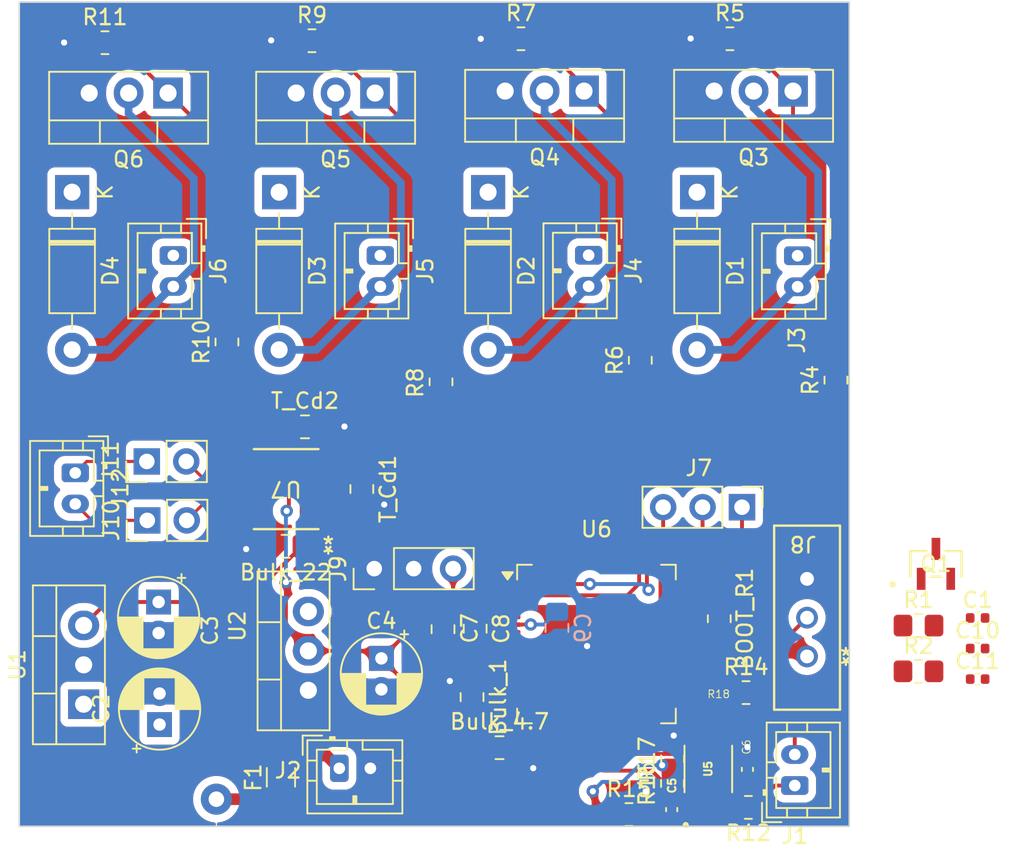
<source format=kicad_pcb>
(kicad_pcb (version 20241229) (generator "pcbnew") (generator_version "9.0")
  (layers (0 "F.Cu" signal) (4 "In1.Cu" signal) (6 "In2.Cu" signal) (2 "B.Cu" signal) (13 "F.Paste" user) (15 "B.Paste" user) (5 "F.SilkS" user "F.Silkscreen") (7 "B.SilkS" user "B.Silkscreen") (1 "F.Mask" user) (3 "B.Mask" user) (25 "Edge.Cuts" user))
  (net 0 "")
  (net 1 "GND")
  (net 2 "SLN1-")
  (net 3 "SLN2-")
  (net 4 "SLN3-")
  (net 5 "SLN4-")
  (net 6 "Net-(J8-Pin_2)")
  (net 7 "SDA")
  (net 8 "SCL")
  (net 9 "Net-(Q3-G)")
  (net 10 "Net-(Q4-G)")
  (net 11 "Net-(Q5-G)")
  (net 12 "Net-(Q6-G)")
  (net 13 "12V")
  (net 14 "S1CTRL")
  (net 15 "S2CTRL")
  (net 16 "S3CTRL")
  (net 17 "S4CTRL")
  (net 26 "SCL_ext")
  (net 27 "SDA_ext")
  (net 28 "Net-(U5-EN)")
  (net 29 "Net-(U5-READY)")
  (net 30 "/SWCLK")
  (net 31 "VBAT")
  (net 32 "+12V_fuse")
  (net 33 "/SWDIO")
  (net 34 "/NRST")
  (net 53 "FDCAN_TX")
  (net 62 "USART1+")
  (net 64 "FDCAN_RX")
  (net 77 "USART1-")
  (net 78 "5V")
  (net 79 "CAN+")
  (net 80 "CAN-")
  (net 81 "3.3V")
  (net 82 "Net-(Q1-S)")
  (net 83 "Net-(Q1-G)")
  (footprint "Resistor_SMD:R_0805_2012Metric_Pad1.20x1.40mm_HandSolder" (layer "F.Cu") (at 203.21 84.5)
    (property "Reference" "R2")
    (property "Value" "100")
  )
  (footprint "Capacitor_SMD:C_0805_2012Metric_Pad1.18x1.45mm_HandSolder" (layer "F.Cu") (at 174.45 86.16 -90)
    (property "Reference" "Bulk_1")
    (property "Value" "1uF")
  )
  (footprint "Connector_PinHeader_2.54mm:PinHeader_1x02_P2.54mm_Vertical" (layer "F.Cu") (at 153.5 70.97 90)
    (property "Reference" "J11")
    (property "Value" "Conn_01x02")
  )
  (footprint "Capacitor_SMD:C_0402_1005Metric" (layer "F.Cu") (at 207.02 83.03)
    (property "Reference" "C10")
    (property "Value" "4.7u")
  )
  (footprint "Package_QFP:LQFP-64_10x10mm_P0.5mm" (layer "F.Cu") (at 182.465 82.74)
    (property "Reference" "U6")
    (property "Value" "STM32G0B1RETx")
  )
  (footprint "NTR0202PLT1G:SOT-23_ONS" (layer "F.Cu") (at 204.3322 77.5716)
    (property "Reference" "Q1")
    (property "Value" "NTR0202PLT1G")
  )
  (footprint "Connector_JST:JST_PH_B2B-PH-K_1x02_P2.00mm_Vertical" (layer "F.Cu") (at 155.205 57.696 -90)
    (property "Reference" "J6")
    (property "Value" "2X1")
  )
  (footprint "Package_TO_SOT_THT:TO-220-3_Vertical" (layer "F.Cu") (at 149.43 86.62 90)
    (property "Reference" "U1")
    (property "Value" "L7805")
  )
  (footprint "Package_TO_SOT_THT:TO-220-3_Vertical" (layer "F.Cu") (at 154.867 47.226 180)
    (property "Reference" "Q6")
    (property "Value" "FQP30N06L")
  )
  (footprint "Resistor_SMD:R_0805_2012Metric_Pad1.20x1.40mm_HandSolder" (layer "F.Cu") (at 187.36 91.725 90)
    (property "Reference" "R16")
    (property "Value" "10k")
  )
  (footprint "Connector_JST:JST_PH_B2B-PH-K_1x02_P2.00mm_Vertical" (layer "F.Cu") (at 195.422 57.712 -90)
    (property "Reference" "J3")
    (property "Value" "2X1")
  )
  (footprint "Resistor_SMD:R_0805_2012Metric_Pad1.20x1.40mm_HandSolder" (layer "F.Cu") (at 164.138 43.853)
    (property "Reference" "R9")
    (property "Value" "10k")
  )
  (footprint "Capacitor_SMD:C_0402_1005Metric" (layer "F.Cu") (at 207.02 81.06)
    (property "Reference" "C1")
    (property "Value" "4.7u")
  )
  (footprint "Diode_THT:D_DO-41_SOD81_P10.16mm_Horizontal" (layer "F.Cu") (at 148.686 53.616 -90)
    (property "Reference" "D4")
    (property "Value" "1N47xxA")
  )
  (footprint "Capacitor_SMD:C_0805_2012Metric_Pad1.18x1.45mm_HandSolder" (layer "F.Cu") (at 162.4413 76.44 180)
    (property "Reference" "Bulk_22")
    (property "Value" "22uF")
  )
  (footprint "Capacitor_SMD:C_0805_2012Metric_Pad1.18x1.45mm_HandSolder" (layer "F.Cu") (at 176.22 89.42)
    (property "Reference" "Bulk_4.7")
    (property "Value" "4.7uF")
  )
  (footprint "Capacitor_THT:CP_Radial_D5.0mm_P2.00mm" (layer "F.Cu") (at 168.61 83.664888 -90)
    (property "Reference" "C4")
    (property "Value" "10u")
  )
  (footprint "Diode_THT:D_DO-41_SOD81_P10.16mm_Horizontal" (layer "F.Cu") (at 175.483 53.616 -90)
    (property "Reference" "D2")
    (property "Value" "1N47xxA")
  )
  (footprint "Connector_JST:JST_PH_B2B-PH-K_1x02_P2.00mm_Vertical" (layer "F.Cu") (at 148.89 71.71 -90)
    (property "Reference" "J12")
    (property "Value" "2X1")
  )
  (footprint "Connector_JST:JST_PH_B2B-PH-K_1x02_P2.00mm_Vertical" (layer "F.Cu") (at 165.9 90.75)
    (property "Reference" "J2")
    (property "Value" "2X1")
  )
  (footprint "Resistor_SMD:R_0805_2012Metric_Pad1.20x1.40mm_HandSolder" (layer "F.Cu") (at 150.803 43.98)
    (property "Reference" "R11")
    (property "Value" "10k")
  )
  (footprint "Diode_THT:D_DO-41_SOD81_P10.16mm_Horizontal" (layer "F.Cu") (at 188.945 53.616 -90)
    (property "Reference" "D1")
    (property "Value" "1N47xxA")
  )
  (footprint "Resistor_SMD:R_0805_2012Metric_Pad1.20x1.40mm_HandSolder" (layer "F.Cu") (at 192.1 85.87)
    (property "Reference" "R14")
    (property "Value" "10k")
  )
  (footprint "Capacitor_SMD:C_0402_1005Metric" (layer "F.Cu") (at 187.31 93.41 -90)
    (property "Reference" "C5")
    (property "Value" "0.1u")
  )
  (footprint "Connector_PinHeader_2.54mm:PinHeader_1x03_P2.54mm_Vertical" (layer "F.Cu") (at 168.15 77.88 90)
    (property "Reference" "J9")
    (property "Value" "Conn_01x03_Pin")
  )
  (footprint "Resistor_SMD:R_0805_2012Metric_Pad1.20x1.40mm_HandSolder" (layer "F.Cu") (at 190.375 81.11 -90)
    (property "Reference" "BOOT_R1")
    (property "Value" "10k")
  )
  (footprint "Resistor_SMD:R_0805_2012Metric_Pad1.20x1.40mm_HandSolder" (layer "F.Cu") (at 203.21 81.55)
    (property "Reference" "R1")
    (property "Value" "47k")
  )
  (footprint "Capacitor_SMD:C_0201_0603Metric" (layer "F.Cu") (at 190.335 87.02)
    (property "Reference" "R18")
    (property "Value" "10k")
  )
  (footprint "Capacitor_SMD:C_0805_2012Metric_Pad1.18x1.45mm_HandSolder" (layer "F.Cu") (at 167.35 72.75 -90)
    (property "Reference" "T_Cd1")
    (property "Value" "100nF")
  )
  (footprint "Resistor_SMD:R_0805_2012Metric_Pad1.20x1.40mm_HandSolder" (layer "F.Cu") (at 177.6 43.726)
    (property "Reference" "R7")
    (property "Value" "10k")
  )
  (footprint "Package_TO_SOT_THT:TO-220-3_Vertical" (layer "F.Cu") (at 195.126 47.099 180)
    (property "Reference" "Q3")
    (property "Value" "FQP30N06L")
  )
  (footprint "Resistor_SMD:R_0805_2012Metric_Pad1.20x1.40mm_HandSolder" (layer "F.Cu") (at 184.56 93.73)
    (property "Reference" "R15")
    (property "Value" "10k")
  )
  (footprint "Capacitor_SMD:C_0402_1005Metric" (layer "F.Cu") (at 192.19 90.82 -90)
    (property "Reference" "C6")
    (property "Value" "0.1u")
  )
  (footprint "Resistor_SMD:R_0805_2012Metric_Pad1.20x1.40mm_HandSolder" (layer "F.Cu") (at 187.37 90.145 90)
    (property "Reference" "R17")
    (property "Value" "10k")
  )
  (footprint "Connector_JST:JST_PH_B2B-PH-K_1x02_P2.00mm_Vertical" (layer "F.Cu") (at 195.24 91.86 90)
    (property "Reference" "J1")
    (property "Value" "2X1")
  )
  (footprint "Connector_PinHeader_2.54mm:PinHeader_1x03_P2.54mm_Vertical" (layer "F.Cu") (at 191.84 73.92 -90)
    (property "Reference" "J7")
    (property "Value" "Conn_01x03_Pin")
  )
  (footprint "Capacitor_SMD:C_0805_2012Metric_Pad1.18x1.45mm_HandSolder" (layer "F.Cu") (at 174.65 81.75 -90)
    (property "Reference" "C8")
    (property "Value" "100nF")
  )
  (footprint "Capacitor_SMD:C_0805_2012Metric_Pad1.18x1.45mm_HandSolder" (layer "F.Cu") (at 163.6875 68.74)
    (property "Reference" "T_Cd2")
    (property "Value" "100nF")
  )
  (footprint "Resistor_SMD:R_0805_2012Metric_Pad1.20x1.40mm_HandSolder" (layer "F.Cu") (at 197.89 65.73 90)
    (property "Reference" "R4")
    (property "Value" "330")
  )
  (footprint "Capacitor_THT:CP_Radial_D5.0mm_P2.00mm" (layer "F.Cu") (at 154.32 87.93 90)
    (property "Reference" "C2")
    (property "Value" "10u")
  )
  (footprint "Resistor_SMD:R_0805_2012Metric_Pad1.20x1.40mm_HandSolder" (layer "F.Cu") (at 192.25 93.27 180)
    (property "Reference" "R12")
    (property "Value" "10k")
  )
  (footprint "custom_components:SOIC8_4P9X3P9MC_MCH" (layer "F.Cu") (at 162.4738 72.755 180)
    (property "Reference" "U7")
    (property "Value" "ATA6561-GAQW-N")
  )
  (footprint "Connector_PinHeader_2.54mm:PinHeader_1x02_P2.54mm_Vertical" (layer "F.Cu") (at 153.53 74.77 90)
    (property "Reference" "J10")
    (property "Value" "Conn_01x02")
  )
  (footprint "Package_TO_SOT_THT:TO-220-3_Vertical" (layer "F.Cu") (at 168.202 47.226 180)
    (property "Reference" "Q5")
    (property "Value" "FQP30N06L")
  )
  (footprint "Diode_THT:D_DO-41_SOD81_P10.16mm_Horizontal" (layer "F.Cu") (at 162.021 53.616 -90)
    (property "Reference" "D3")
    (property "Value" "1N47xxA")
  )
  (footprint "Connector_JST:JST_PH_B2B-PH-K_1x02_P2.00mm_Vertical" (layer "F.Cu") (at 181.96 57.68 -90)
    (property "Reference" "J4")
    (property "Value" "2X1")
  )
  (footprint "Resistor_SMD:R_0805_2012Metric_Pad1.20x1.40mm_HandSolder" (layer "F.Cu") (at 172.45 65.84 90)
    (property "Reference" "R8")
    (property "Value" "330")
  )
  (footprint "Resistor_SMD:R_0805_2012Metric_Pad1.20x1.40mm_HandSolder" (layer "F.Cu") (at 158.66 63.27 90)
    (property "Reference" "R10")
    (property "Value" "330")
  )
  (footprint "TCA4307:SOP65P490X110-8N" (layer "F.Cu") (at 189.67 90.79 90)
    (property "Reference" "U5")
    (property "Value" "TCA4307")
  )
  (footprint "Capacitor_SMD:C_0805_2012Metric_Pad1.18x1.45mm_HandSolder" (layer "F.Cu") (at 172.58 81.785 -90)
    (property "Reference" "C7")
    (property "Value" "100nF")
  )
  (footprint "Connector_JST:JST_PH_B2B-PH-K_1x02_P2.00mm_Vertical" (layer "F.Cu") (at 168.54 57.696 -90)
    (property "Reference" "J5")
    (property "Value" "2X1")
  )
  (footprint "Capacitor_THT:CP_Radial_D5.0mm_P2.00mm" (layer "F.Cu") (at 154.26 80.03 -90)
    (property "Reference" "C3")
    (property "Value" "10u")
  )
  (footprint "Resistor_SMD:R_0805_2012Metric_Pad1.20x1.40mm_HandSolder" (layer "F.Cu") (at 191.062 43.726)
    (property "Reference" "R5")
    (property "Value" "10k")
  )
  (footprint "Package_TO_SOT_THT:TO-220-3_Vertical" (layer "F.Cu") (at 181.664 47.099 180)
    (property "Reference" "Q4")
    (property "Value" "FQP30N06L")
  )
  (footprint "custom_components:slide_switch_EGER1218_Thruster" (layer "F.Cu") (at 196.03 83.54 180)
    (property "Reference" "J8")
    (property "Value" "Conn_01x03")
  )
  (footprint "Resistor_SMD:R_0805_2012Metric_Pad1.20x1.40mm_HandSolder" (layer "F.Cu") (at 185.29 64.45 90)
    (property "Reference" "R6")
    (property "Value" "330")
  )
  (footprint "Package_TO_SOT_THT:TO-220-3_Vertical" (layer "F.Cu") (at 163.905 85.72 90)
    (property "Reference" "U2")
    (property "Value" "LD1117V33")
  )
  (footprint "Fuse:Fuse_1206_3216Metric" (layer "F.Cu") (at 162.14 91.33 -90)
    (property "Reference" "F1")
    (property "Value" "10A")
  )
  (footprint "Capacitor_SMD:C_0402_1005Metric" (layer "F.Cu") (at 207.02 85)
    (property "Reference" "C11")
    (property "Value" "4.7u")
  )
  (footprint "Capacitor_SMD:C_0805_2012Metric_Pad1.18x1.45mm_HandSolder" (layer "B.Cu") (at 179.92 81.7 90)
    (property "Reference" "C9")
    (property "Value" "100nF")
  )
  (gr_rect (start 145.283113 41.359887) (end 198.750113 94.484887) (stroke (width 0.1)) (fill no) (layer "Edge.Cuts"))
  (segment (start 186.61 92.23) (end 185.64 92.23) (width 0.25) (layer "F.Cu") (net 1))
  (segment (start 174.615 82.8225) (end 174.65 82.7875) (width 0.25) (layer "F.Cu") (net 1))
  (segment (start 176.6 43.726) (end 176.584 43.742) (width 0.25) (layer "F.Cu") (net 1))
  (segment (start 160.01 75.0462) (end 161.4038 76.44) (width 0.25) (layer "F.Cu") (net 1))
  (segment (start 168.7525 73.7875) (end 168.79 73.75) (width 0.25) (layer "F.Cu") (net 1))
  (segment (start 190.046 43.742) (end 190.046 47.099) (width 0.25) (layer "F.Cu") (net 1))
  (segment (start 192.19 89.38) (end 192.19 90.34) (width 0.25) (layer "F.Cu") (net 1))
  (segment (start 188.546 43.726) (end 188.53 43.71) (width 0.25) (layer "F.Cu") (net 1))
  (segment (start 163.138 43.853) (end 163.122 43.869) (width 0.25) (layer "F.Cu") (net 1))
  (segment (start 163.138 43.853) (end 161.533 43.853) (width 0.25) (layer "F.Cu") (net 1))
  (segment (start 174.65 82.7875) (end 174.8525 82.99) (width 0.25) (layer "F.Cu") (net 1))
  (segment (start 174.45 85.1225) (end 174.45 82.9875) (width 0.25) (layer "F.Cu") (net 1))
  (segment (start 161.4038 76.44) (end 160.08 76.44) (width 0.25) (layer "F.Cu") (net 1))
  (segment (start 174.685 84.6525) (end 174.0625 84.6525) (width 0.25) (layer "F.Cu") (net 1))
  (segment (start 166.21 68.74) (end 166.23 68.72) (width 0.25) (layer "F.Cu") (net 1))
  (segment (start 160.01 74.66) (end 160.01 75.0462) (width 0.25) (layer "F.Cu") (net 1))
  (segment (start 176.6 43.726) (end 175.014 43.726) (width 0.25) (layer "F.Cu") (net 1))
  (segment (start 149.787 43.996) (end 149.787 47.226) (width 0.25) (layer "F.Cu") (net 1))
  (segment (start 174.8525 82.99) (end 176.79 82.99) (width 0.25) (layer "F.Cu") (net 1))
  (segment (start 149.803 43.98) (end 148.18 43.98) (width 0.25) (layer "F.Cu") (net 1))
  (segment (start 166.9525 73.39) (end 167.35 73.7875) (width 0.25) (layer "F.Cu") (net 1))
  (segment (start 190.062 43.726) (end 188.546 43.726) (width 0.25) (layer "F.Cu") (net 1))
  (segment (start 173.02 85.1225) (end 174.45 85.1225) (width 0.25) (layer "F.Cu") (net 1))
  (segment (start 178.39 90.74) (end 177.2575 89.6075) (width 0.25) (layer "F.Cu") (net 1))
  (segment (start 174.45 82.9875) (end 174.65 82.7875) (width 0.25) (layer "F.Cu") (net 1))
  (segment (start 161.533 43.853) (end 161.51 43.83) (width 0.25) (layer "F.Cu") (net 1))
  (segment (start 167.35 73.7875) (end 168.7525 73.7875) (width 0.25) (layer "F.Cu") (net 1))
  (segment (start 172.58 82.8225) (end 174.615 82.8225) (width 0.25) (layer "F.Cu") (net 1))
  (segment (start 163.122 43.869) (end 163.122 47.226) (width 0.25) (layer "F.Cu") (net 1))
  (segment (start 187.44 88.64) (end 188.695 88.64) (width 0.25) (layer "F.Cu") (net 1))
  (segment (start 187.31 92.93) (end 186.61 92.23) (width 0.25) (layer "F.Cu") (net 1))
  (segment (start 175.014 43.726) (end 175.01 43.73) (width 0.25) (layer "F.Cu") (net 1))
  (segment (start 190.062 43.726) (end 190.046 43.742) (width 0.25) (layer "F.Cu") (net 1))
  (segment (start 149.803 43.98) (end 149.787 43.996) (width 0.25) (layer "F.Cu") (net 1))
  (segment (start 177.2575 89.6075) (end 177.2575 89.42) (width 0.25) (layer "F.Cu") (net 1))
  (segment (start 164.9376 73.39) (end 166.9525 73.39) (width 0.25) (layer "F.Cu") (net 1))
  (segment (start 160.08 76.44) (end 159.9 76.62) (width 0.25) (layer "F.Cu") (net 1))
  (segment (start 148.18 43.98) (end 148.17 43.97) (width 0.25) (layer "F.Cu") (net 1))
  (segment (start 164.725 68.74) (end 166.21 68.74) (width 0.25) (layer "F.Cu") (net 1))
  (segment (start 176.584 43.742) (end 176.584 47.099) (width 0.25) (layer "F.Cu") (net 1))
  (via (at 192.19 89.38) (size 0.8) (drill 0.4) (layers "F.Cu" "B.Cu") (net 1))
  (via (at 173.02 85.1225) (size 0.8) (drill 0.4) (layers "F.Cu" "B.Cu") (net 1))
  (via (at 185.64 92.23) (size 0.8) (drill 0.4) (layers "F.Cu" "B.Cu") (net 1))
  (via (at 188.53 43.71) (size 0.8) (drill 0.4) (layers "F.Cu" "B.Cu") (net 1))
  (via (at 175.01 43.73) (size 0.8) (drill 0.4) (layers "F.Cu" "B.Cu") (net 1))
  (via (at 168.79 73.75) (size 0.8) (drill 0.4) (layers "F.Cu" "B.Cu") (net 1))
  (via (at 159.9 76.62) (size 0.8) (drill 0.4) (layers "F.Cu" "B.Cu") (net 1))
  (via (at 178.39 90.74) (size 0.8) (drill 0.4) (layers "F.Cu" "B.Cu") (net 1))
  (via (at 187.44 88.64) (size 0.8) (drill 0.4) (layers "F.Cu" "B.Cu") (net 1))
  (via (at 166.23 68.72) (size 0.8) (drill 0.4) (layers "F.Cu" "B.Cu") (net 1))
  (via (at 161.51 43.83) (size 0.8) (drill 0.4) (layers "F.Cu" "B.Cu") (net 1))
  (via (at 181.86 82.87) (size 0.8) (drill 0.4) (layers "F.Cu" "B.Cu") (net 1))
  (via (at 148.17 43.97) (size 0.8) (drill 0.4) (layers "F.Cu" "B.Cu") (net 1))
  (segment (start 180.0525 82.87) (end 179.92 82.7375) (width 0.25) (layer "B.Cu") (net 1))
  (segment (start 163.952113 84.920887) (end 163.825113 84.793887) (width 0.25) (layer "B.Cu") (net 1))
  (segment (start 181.86 82.87) (end 180.0525 82.87) (width 0.25) (layer "B.Cu") (net 1))
  (segment (start 163.825113 84.793887) (end 163.825113 84.793887) (width 0.25) (layer "B.Cu") (net 1))
  (segment (start 195.422 59.712) (end 195.396 59.712) (width 0.5) (layer "F.Cu") (net 2))
  (segment (start 192.586 47.099) (end 192.586 48.171) (width 0.5) (layer "F.Cu") (net 2))
  (segment (start 191.332 63.776) (end 188.945 63.776) (width 0.5) (layer "B.Cu") (net 2))
  (segment (start 196.747 52.332) (end 196.747 58.387) (width 0.5) (layer "B.Cu") (net 2))
  (segment (start 195.396 59.712) (end 191.332 63.776) (width 0.5) (layer "B.Cu") (net 2))
  (segment (start 192.586 48.171) (end 196.747 52.332) (width 0.5) (layer "B.Cu") (net 2))
  (segment (start 196.747 58.387) (end 195.422 59.712) (width 0.5) (layer "B.Cu") (net 2))
  (segment (start 181.96 59.68) (end 181.96 59.686) (width 0.5) (layer "F.Cu") (net 3))
  (segment (start 183.442 58.198) (end 181.96 59.68) (width 0.5) (layer "B.Cu") (net 3))
  (segment (start 177.87 63.776) (end 175.483 63.776) (width 0.5) (layer "B.Cu") (net 3))
  (segment (start 183.442 52.822) (end 183.442 58.198) (width 0.5) (layer "B.Cu") (net 3))
  (segment (start 179.124 48.504) (end 183.442 52.822) (width 0.5) (layer "B.Cu") (net 3))
  (segment (start 181.96 59.686) (end 177.87 63.776) (width 0.5) (layer "B.Cu") (net 3))
  (segment (start 182.393113 59.520887) (end 182.409113 59.504887) (width 0.5) (layer "B.Cu") (net 3))
  (segment (start 179.124 47.099) (end 179.124 48.504) (width 0.5) (layer "B.Cu") (net 3))
  (segment (start 182.409113 59.504887) (end 182.441113 59.536887) (width 0.5) (layer "B.Cu") (net 3))
  (segment (start 168.54 59.696) (end 168.488 59.696) (width 0.5) (layer "F.Cu") (net 4))
  (segment (start 169.865 53.009) (end 169.865 58.371) (width 0.5) (layer "B.Cu") (net 4))
  (segment (start 169.865 58.371) (end 168.54 59.696) (width 0.5) (layer "B.Cu") (net 4))
  (segment (start 164.408 63.776) (end 162.021 63.776) (width 0.5) (layer "B.Cu") (net 4))
  (segment (start 165.662 47.226) (end 165.662 48.806) (width 0.5) (layer "B.Cu") (net 4))
  (segment (start 168.488 59.696) (end 164.408 63.776) (width 0.5) (layer "B.Cu") (net 4))
  (segment (start 165.662 48.806) (end 169.865 53.009) (width 0.5) (layer "B.Cu") (net 4))
  (segment (start 155.205 59.696) (end 155.153 59.696) (width 0.5) (layer "F.Cu") (net 5))
  (segment (start 151.073 63.776) (end 148.686 63.776) (width 0.5) (layer "B.Cu") (net 5))
  (segment (start 156.53 52.755) (end 156.53 58.371) (width 0.5) (layer "B.Cu") (net 5))
  (segment (start 152.327 47.226) (end 152.327 48.552) (width 0.5) (layer "B.Cu") (net 5))
  (segment (start 156.53 58.371) (end 155.205 59.696) (width 0.5) (layer "B.Cu") (net 5))
  (segment (start 152.327 48.552) (end 156.53 52.755) (width 0.5) (layer "B.Cu") (net 5))
  (segment (start 155.153 59.696) (end 151.073 63.776) (width 0.5) (layer "B.Cu") (net 5))
  (segment (start 190.375 82.11) (end 194.96 82.11) (width 0.25) (layer "F.Cu") (net 6))
  (segment (start 194.96 82.11) (end 196.03 81.04) (width 0.25) (layer "F.Cu") (net 6))
  (segment (start 187.555226 92.045) (end 187.36 92.045) (width 0.25) (layer "F.Cu") (net 7))
  (segment (start 186.019774 90.9) (end 182.92219 90.9) (width 0.25) (layer "F.Cu") (net 7))
  (segment (start 187.164774 92.045) (end 186.019774 90.9) (width 0.25) (layer "F.Cu") (net 7))
  (segment (start 189.345 92.16736) (end 188.96764 91.79) (width 0.25) (layer "F.Cu") (net 7))
  (segment (start 182.92219 90.9) (end 181.715 89.69281) (width 0.25) (layer "F.Cu") (net 7))
  (segment (start 181.715 89.69281) (end 181.715 88.415) (width 0.25) (layer "F.Cu") (net 7))
  (segment (start 188.96764 91.79) (end 187.810226 91.79) (width 0.25) (layer "F.Cu") (net 7))
  (segment (start 187.810226 91.79) (end 187.555226 92.045) (width 0.25) (layer "F.Cu") (net 7))
  (segment (start 189.345 92.94) (end 189.345 92.16736) (width 0.25) (layer "F.Cu") (net 7))
  (segment (start 187.36 92.045) (end 187.164774 92.045) (width 0.25) (layer "F.Cu") (net 7))
  (segment (start 182.65 89.825) (end 182.215 89.39) (width 0.25) (layer "F.Cu") (net 8))
  (segment (start 182.215 89.39) (end 182.215 88.415) (width 0.25) (layer "F.Cu") (net 8))
  (segment (start 189.345 88.64) (end 189.345 89.41264) (width 0.25) (layer "F.Cu") (net 8))
  (segment (start 187.37 89.825) (end 182.65 89.825) (width 0.25) (layer "F.Cu") (net 8))
  (segment (start 188.93264 89.825) (end 187.37 89.825) (width 0.25) (layer "F.Cu") (net 8))
  (segment (start 189.345 89.41264) (end 188.93264 89.825) (width 0.25) (layer "F.Cu") (net 8))
  (segment (start 192.062 44.035) (end 195.126 47.099) (width 0.25) (layer "F.Cu") (net 9))
  (segment (start 197.89 63.61) (end 197.9 63.6) (width 0.25) (layer "F.Cu") (net 9))
  (segment (start 197.9 51.5) (end 195.126 48.726) (width 0.25) (layer "F.Cu") (net 9))
  (segment (start 197.89 64.73) (end 197.89 63.61) (width 0.25) (layer "F.Cu") (net 9))
  (segment (start 197.9 63.6) (end 197.9 51.5) (width 0.25) (layer "F.Cu") (net 9))
  (segment (start 192.062 43.726) (end 192.062 44.035) (width 0.25) (layer "F.Cu") (net 9))
  (segment (start 195.126 48.726) (end 195.126 47.099) (width 0.25) (layer "F.Cu") (net 9))
  (segment (start 185.29 50.725) (end 185.29 63.45) (width 0.25) (layer "F.Cu") (net 10))
  (segment (start 178.6 43.726) (end 181.664 46.79) (width 0.25) (layer "F.Cu") (net 10))
  (segment (start 181.664 46.79) (end 181.664 47.099) (width 0.25) (layer "F.Cu") (net 10))
  (segment (start 181.664 47.099) (end 185.29 50.725) (width 0.25) (layer "F.Cu") (net 10))
  (segment (start 165.138 44.162) (end 168.202 47.226) (width 0.25) (layer "F.Cu") (net 11))
  (segment (start 172.45 51.474) (end 168.202 47.226) (width 0.25) (layer "F.Cu") (net 11))
  (segment (start 165.138 43.853) (end 165.138 44.162) (width 0.25) (layer "F.Cu") (net 11))
  (segment (start 172.45 64.84) (end 172.45 51.474) (width 0.25) (layer "F.Cu") (net 11))
  (segment (start 158.66 62.27) (end 158.66 51.019) (width 0.25) (layer "F.Cu") (net 12))
  (segment (start 151.803 43.98) (end 151.803 44.162) (width 0.25) (layer "F.Cu") (net 12))
  (segment (start 151.803 44.162) (end 154.867 47.226) (width 0.25) (layer "F.Cu") (net 12))
  (segment (start 158.66 51.019) (end 154.867 47.226) (width 0.25) (layer "F.Cu") (net 12))
  (segment (start 184.715 71.535) (end 189.58 66.67) (width 0.25) (layer "F.Cu") (net 14))
  (segment (start 189.58 66.67) (end 194.01 66.73) (width 0.25) (layer "F.Cu") (net 14))
  (segment (start 194.01 66.73) (end 197.89 66.73) (width 0.25) (layer "F.Cu") (net 14))
  (segment (start 184.715 77.065) (end 184.715 71.535) (width 0.25) (layer "F.Cu") (net 14))
  (segment (start 183.715 77.065) (end 183.715 67.025) (width 0.25) (layer "F.Cu") (net 15))
  (segment (start 183.715 67.025) (end 185.29 65.45) (width 0.25) (layer "F.Cu") (net 15))
  (segment (start 172.45 66.84) (end 180.215 74.605) (width 0.25) (layer "F.Cu") (net 16))
  (segment (start 180.215 74.605) (end 180.215 77.065) (width 0.25) (layer "F.Cu") (net 16))
  (segment (start 158.66 64.27) (end 160.72 66.33) (width 0.25) (layer "F.Cu") (net 17))
  (segment (start 168.02 66.33) (end 178.739 77.049) (width 0.25) (layer "F.Cu") (net 17))
  (segment (start 178.739 77.049) (end 178.739 77.2) (width 0.25) (layer "F.Cu") (net 17))
  (segment (start 160.72 66.33) (end 160.85 66.33) (width 0.25) (layer "F.Cu") (net 17))
  (segment (start 160.85 66.33) (end 168.02 66.33) (width 0.25) (layer "F.Cu") (net 17))
  (segment (start 192.42 88.005001) (end 192.42 85.87) (width 0.25) (layer "F.Cu") (net 26))
  (segment (start 195.24 88.69) (end 192.42 85.87) (width 0.25) (layer "F.Cu") (net 26))
  (segment (start 190.98764 89.72) (end 190.30236 89.72) (width 0.25) (layer "F.Cu") (net 26))
  (segment (start 190.30236 89.72) (end 189.995 89.41264) (width 0.25) (layer "F.Cu") (net 26))
  (segment (start 191.211 89.214001) (end 191.211 89.49664) (width 0.25) (layer "F.Cu") (net 26))
  (segment (start 191.211 89.214001) (end 192.42 88.005001) (width 0.25) (layer "F.Cu") (net 26))
  (segment (start 191.211 89.49664) (end 190.98764 89.72) (width 0.25) (layer "F.Cu") (net 26))
  (segment (start 189.995 89.41264) (end 189.995 88.64) (width 0.25) (layer "F.Cu") (net 26))
  (segment (start 195.24 89.86) (end 195.24 88.69) (width 0.25) (layer "F.Cu") (net 26))
  (segment (start 189.995 88.64) (end 189.995 87.86736) (width 0.25) (layer "F.Cu") (net 26))
  (segment (start 194.97 91.91) (end 195.03 91.85) (width 0.25) (layer "F.Cu") (net 27))
  (segment (start 193.98 91.86) (end 192.57 93.27) (width 0.25) (layer "F.Cu") (net 27))
  (segment (start 192.038999 94.001) (end 190.28336 94.001) (width 0.25) (layer "F.Cu") (net 27))
  (segment (start 195.24 91.86) (end 193.98 91.86) (width 0.25) (layer "F.Cu") (net 27))
  (segment (start 192.57 93.469999) (end 192.038999 94.001) (width 0.25) (layer "F.Cu") (net 27))
  (segment (start 192.57 93.27) (end 192.57 93.469999) (width 0.25) (layer "F.Cu") (net 27))
  (segment (start 190.28336 94.001) (end 189.995 93.71264) (width 0.25) (layer "F.Cu") (net 27))
  (segment (start 189.995 93.71264) (end 189.995 92.94) (width 0.25) (layer "F.Cu") (net 27))
  (segment (start 187.31 93.89) (end 186.03 93.89) (width 0.25) (layer "F.Cu") (net 28))
  (segment (start 187.31 93.89) (end 187.745 93.89) (width 0.25) (layer "F.Cu") (net 28))
  (segment (start 187.745 93.89) (end 188.695 92.94) (width 0.25) (layer "F.Cu") (net 28))
  (segment (start 186.03 93.89) (end 185.87 93.73) (width 0.25) (layer "F.Cu") (net 28))
  (segment (start 185.87 93.73) (end 184.88 93.73) (width 0.25) (layer "F.Cu") (net 28))
  (segment (start 190.655 88.63) (end 190.645 88.64) (width 0.25) (layer "F.Cu") (net 29))
  (segment (start 190.655 87.02) (end 190.655 88.63) (width 0.25) (layer "F.Cu") (net 29))
  (segment (start 191.84 73.92) (end 191.84 78.645) (width 0.25) (layer "F.Cu") (net 30))
  (segment (start 190.255 79.99) (end 188.14 79.99) (width 0.25) (layer "F.Cu") (net 30))
  (segment (start 190.375 80.11) (end 190.255 79.99) (width 0.25) (layer "F.Cu") (net 30))
  (segment (start 191.84 78.645) (end 190.375 80.11) (width 0.25) (layer "F.Cu") (net 30))
  (segment (start 178.23 81.48) (end 177.644178 81.48) (width 0.25) (layer "F.Cu") (net 31))
  (segment (start 177.634178 81.49) (end 176.79 81.49) (width 0.25) (layer "F.Cu") (net 31))
  (segment (start 177.644178 81.48) (end 177.634178 81.49) (width 0.25) (layer "F.Cu") (net 31))
  (via (at 178.23 81.48) (size 0.8) (drill 0.4) (layers "F.Cu" "B.Cu") (net 31))
  (segment (start 179.945 80.34) (end 179.95 80.335) (width 0.25) (layer "B.Cu") (net 31))
  (segment (start 179.1025 81.48) (end 179.92 80.6625) (width 0.25) (layer "B.Cu") (net 31))
  (segment (start 178.23 81.48) (end 179.1025 81.48) (width 0.25) (layer "B.Cu") (net 31))
  (segment (start 165.9 90.75) (end 165.08 89.93) (width 0.75) (layer "F.Cu") (net 32))
  (segment (start 165.08 89.93) (end 162.14 89.93) (width 0.75) (layer "F.Cu") (net 32))
  (segment (start 187.039 78.291) (end 187.039 80.233178) (width 0.25) (layer "F.Cu") (net 33))
  (segment (start 189.3 73.92) (end 189.3 76.03) (width 0.25) (layer "F.Cu") (net 33))
  (segment (start 189.3 76.03) (end 187.039 78.291) (width 0.25) (layer "F.Cu") (net 33))
  (segment (start 187.039 80.233178) (end 187.295822 80.49) (width 0.25) (layer "F.Cu") (net 33))
  (segment (start 187.295822 80.49) (end 188.14 80.49) (width 0.25) (layer "F.Cu") (net 33))
  (segment (start 186.588 78.10419) (end 186.588 78.47781) (width 0.25) (layer "F.Cu") (net 34))
  (segment (start 186.588 80.046368) (end 186.588 80.352) (width 0.25) (layer "F.Cu") (net 34))
  (segment (start 186.76 73.92) (end 186.76 77.93219) (width 0.25) (layer "F.Cu") (net 34))
  (segment (start 182.45 84.49) (end 176.79 84.49) (width 0.25) (layer "F.Cu") (net 34))
  (segment (start 186.76 77.93219) (end 186.588 78.10419) (width 0.25) (layer "F.Cu") (net 34))
  (segment (start 186.588 80.352) (end 182.45 84.49) (width 0.25) (layer "F.Cu") (net 34))
  (segment (start 186.588 78.47781) (end 186.588 80.046368) (width 0.25) (layer "F.Cu") (net 34))
  (segment (start 164.9376 74.66) (end 166.4876 76.21) (width 0.25) (layer "F.Cu") (net 53))
  (segment (start 166.4876 76.21) (end 175.36 76.21) (width 0.25) (layer "F.Cu") (net 53))
  (segment (start 185.215 78.845) (end 185.215 77.065) (width 0.25) (layer "F.Cu") (net 53))
  (segment (start 178.75 79.6) (end 184.46 79.6) (width 0.25) (layer "F.Cu") (net 53))
  (segment (start 184.46 79.6) (end 185.215 78.845) (width 0.25) (layer "F.Cu") (net 53))
  (segment (start 175.36 76.21) (end 178.75 79.6) (width 0.25) (layer "F.Cu") (net 53))
  (segment (start 165.2776 70.51) (end 164.9376 70.85) (width 0.25) (layer "F.Cu") (net 64))
  (segment (start 164.9376 70.85) (end 165.54 70.85) (width 0.25) (layer "F.Cu") (net 64))
  (segment (start 185.715 79.132245) (end 185.715 77.065) (width 0.25) (layer "F.Cu") (net 64))
  (segment (start 170.75 70.51) (end 165.2776 70.51) (width 0.25) (layer "F.Cu") (net 64))
  (segment (start 179.115 78.875) (end 170.75 70.51) (width 0.25) (layer "F.Cu") (net 64))
  (segment (start 182.04 78.875) (end 179.115 78.875) (width 0.25) (layer "F.Cu") (net 64))
  (segment (start 185.822872 79.240117) (end 185.715 79.132245) (width 0.25) (layer "F.Cu") (net 64))
  (via (at 185.822872 79.240117) (size 0.8) (drill 0.4) (layers "F.Cu" "B.Cu") (net 64))
  (via (at 182.04 78.875) (size 0.8) (drill 0.4) (layers "F.Cu" "B.Cu") (net 64))
  (segment (start 185.457755 78.875) (end 185.822872 79.240117) (width 0.25) (layer "B.Cu") (net 64))
  (segment (start 182.04 78.875) (end 185.457755 78.875) (width 0.25) (layer "B.Cu") (net 64))
  (segment (start 154.26 80.03) (end 159.8888 80.03) (width 0.25) (layer "F.Cu") (net 78))
  (segment (start 167.35 71.7125) (end 165.3451 71.7125) (width 0.25) (layer "F.Cu") (net 78))
  (segment (start 163.4788 72.872801) (end 164.231601 72.12) (width 0.25) (layer "F.Cu") (net 78))
  (segment (start 163.4788 76.44) (end 163.4788 72.872801) (width 0.25) (layer "F.Cu") (net 78))
  (segment (start 165.3451 71.7125) (end 164.9376 72.12) (width 0.25) (layer "F.Cu") (net 78))
  (segment (start 154.26 80.03) (end 150.94 80.03) (width 0.25) (layer "F.Cu") (net 78))
  (segment (start 159.8888 80.03) (end 163.4788 76.44) (width 0.25) (layer "F.Cu") (net 78))
  (segment (start 164.231601 72.12) (end 164.9376 72.12) (width 0.25) (layer "F.Cu") (net 78))
  (segment (start 150.94 80.03) (end 149.43 81.54) (width 0.25) (layer "F.Cu") (net 78))
  (segment (start 160.01 73.39) (end 157.45 73.39) (width 0.2) (layer "F.Cu") (net 79))
  (segment (start 149.95 74.77) (end 148.89 73.71) (width 0.2) (layer "F.Cu") (net 79))
  (segment (start 157.45 73.39) (end 156.07 74.77) (width 0.2) (layer "F.Cu") (net 79))
  (segment (start 153.53 74.77) (end 149.95 74.77) (width 0.2) (layer "F.Cu") (net 79))
  (segment (start 157.19 72.12) (end 156.04 70.97) (width 0.2) (layer "F.Cu") (net 80))
  (segment (start 153.5 70.97) (end 149.63 70.97) (width 0.2) (layer "F.Cu") (net 80))
  (segment (start 160.01 72.12) (end 157.19 72.12) (width 0.2) (layer "F.Cu") (net 80))
  (segment (start 149.63 70.97) (end 148.89 71.71) (width 0.2) (layer "F.Cu") (net 80))
  (segment (start 182.23 92.23) (end 182.23 92.63) (width 0.25) (layer "F.Cu") (net 81))
  (segment (start 187.37 90.465) (end 186.780078 90.465) (width 0.25) (layer "F.Cu") (net 81))
  (segment (start 162.65 68.74) (end 162.12 68.74) (width 0.25) (layer "F.Cu") (net 81))
  (segment (start 179.4925 93.73) (end 183.33 93.73) (width 0.25) (layer "F.Cu") (net 81))
  (segment (start 189.81664 91.339) (end 190.645 92.16736) (width 0.25) (layer "F.Cu") (net 81))
  (segment (start 163.905 83.18) (end 162.46 81.735) (width 0.25) (layer "F.Cu") (net 81))
  (segment (start 193.910001 83.54) (end 196.03 83.54) (width 0.25) (layer "F.Cu") (net 81))
  (segment (start 174.65 80.7125) (end 175.9275 81.99) (width 0.25) (layer "F.Cu") (net 81))
  (segment (start 172.3625 80.53) (end 172.58 80.7475) (width 0.25) (layer "F.Cu") (net 81))
  (segment (start 176.79 81.99) (end 176.79 82.49) (width 0.25) (layer "F.Cu") (net 81))
  (segment (start 163.905 83.18) (end 168.125112 83.18) (width 0.25) (layer "F.Cu") (net 81))
  (segment (start 174.615 80.7475) (end 174.65 80.7125) (width 0.25) (layer "F.Cu") (net 81))
  (segment (start 190.015 86.820001) (end 190.965001 85.87) (width 0.25) (layer "F.Cu") (net 81))
  (segment (start 174.45 87.1975) (end 189.8375 87.1975) (width 0.25) (layer "F.Cu") (net 81))
  (segment (start 191.93 91.56) (end 192.19 91.3) (width 0.25) (layer "F.Cu") (net 81))
  (segment (start 191.78 85.87) (end 191.78 85.670001) (width 0.25) (layer "F.Cu") (net 81))
  (segment (start 162.65 74.02) (end 162.51 74.16) (width 0.25) (layer "F.Cu") (net 81))
  (segment (start 172.58 80.7475) (end 174.615 80.7475) (width 0.25) (layer "F.Cu") (net 81))
  (segment (start 182.23 92.63) (end 183.33 93.73) (width 0.25) (layer "F.Cu") (net 81))
  (segment (start 183.33 93.73) (end 184.24 93.73) (width 0.25) (layer "F.Cu") (net 81))
  (segment (start 162.65 68.74) (end 162.65 74.02) (width 0.25) (layer "F.Cu") (net 81))
  (segment (start 187.36 90.475) (end 187.37 90.465) (width 0.25) (layer "F.Cu") (net 81))
  (segment (start 174.45 87.1975) (end 174.45 88.6875) (width 0.25) (layer "F.Cu") (net 81))
  (segment (start 174.45 87.1975) (end 172.142612 87.1975) (width 0.25) (layer "F.Cu") (net 81))
  (segment (start 191.6 92.94) (end 191.93 93.27) (width 0.25) (layer "F.Cu") (net 81))
  (segment (start 175.9275 81.99) (end 176.79 81.99) (width 0.25) (layer "F.Cu") (net 81))
  (segment (start 173.23 77.88) (end 173.23 80.0975) (width 0.25) (layer "F.Cu") (net 81))
  (segment (start 190.965001 85.87) (end 191.78 85.87) (width 0.25) (layer "F.Cu") (net 81))
  (segment (start 173.23 80.0975) (end 172.58 80.7475) (width 0.25) (layer "F.Cu") (net 81))
  (segment (start 172.142612 87.1975) (end 168.61 83.664888) (width 0.25) (layer "F.Cu") (net 81))
  (segment (start 190.645 92.16736) (end 190.645 92.94) (width 0.25) (layer "F.Cu") (net 81))
  (segment (start 168.61 83.664888) (end 171.744888 80.53) (width 0.25) (layer "F.Cu") (net 81))
  (segment (start 175.1825 89.42) (end 179.4925 93.73) (width 0.25) (layer "F.Cu") (net 81))
  (segment (start 190.645 92.94) (end 191.6 92.94) (width 0.25) (layer "F.Cu") (net 81))
  (segment (start 191.78 85.670001) (end 193.910001 83.54) (width 0.25) (layer "F.Cu") (net 81))
  (segment (start 162.12 68.74) (end 160.01 70.85) (width 0.25) (layer "F.Cu") (net 81))
  (segment (start 187.36 91.405) (end 187.36 90.475) (width 0.25) (layer "F.Cu") (net 81))
  (segment (start 190.015 87.02) (end 190.015 86.820001) (width 0.25) (layer "F.Cu") (net 81))
  (segment (start 174.45 88.6875) (end 175.1825 89.42) (width 0.25) (layer "F.Cu") (net 81))
  (segment (start 191.93 93.27) (end 191.93 91.56) (width 0.25) (layer "F.Cu") (net 81))
  (segment (start 162.46 81.735) (end 162.46 78.75) (width 0.25) (layer "F.Cu") (net 81))
  (segment (start 186.780078 90.465) (end 186.695078 90.55) (width 0.25) (layer "F.Cu") (net 81))
  (segment (start 187.426 91.339) (end 189.81664 91.339) (width 0.25) (layer "F.Cu") (net 81))
  (segment (start 171.744888 80.53) (end 172.3625 80.53) (width 0.25) (layer "F.Cu") (net 81))
  (segment (start 189.8375 87.1975) (end 190.015 87.02) (width 0.25) (layer "F.Cu") (net 81))
  (segment (start 168.125112 83.18) (end 168.61 83.664888) (width 0.25) (layer "F.Cu") (net 81))
  (via (at 162.51 74.16) (size 0.8) (drill 0.4) (layers "F.Cu" "B.Cu") (net 81))
  (via (at 162.46 78.75) (size 0.8) (drill 0.4) (layers "F.Cu" "B.Cu") (net 81))
  (via (at 186.695078 90.55) (size 0.8) (drill 0.4) (layers "F.Cu" "B.Cu") (net 81))
  (via (at 182.23 92.23) (size 0.8) (drill 0.4) (layers "F.Cu" "B.Cu") (net 81))
  (segment (start 162.46 78.75) (end 162.46 74.21) (width 0.25) (layer "B.Cu") (net 81))
  (segment (start 184.16 91.625) (end 185.235 90.55) (width 0.25) (layer "B.Cu") (net 81))
  (segment (start 162.46 74.21) (end 162.51 74.16) (width 0.25) (layer "B.Cu") (net 81))
  (segment (start 182.23 92.23) (end 182.835 91.625) (width 0.25) (layer "B.Cu") (net 81))
  (segment (start 182.835 91.625) (end 184.16 91.625) (width 0.25) (layer "B.Cu") (net 81))
  (segment (start 185.235 90.55) (end 186.695078 90.55) (width 0.25) (layer "B.Cu") (net 81))
  (segment (start 159.86 92.74) (end 157.98 92.74) (width 0.75) (layer "F.Cu") (net 82))
  (segment (start 162.14 92.73) (end 159.87 92.73) (width 0.75) (layer "F.Cu") (net 82))
  (segment (start 159.87 92.73) (end 159.86 92.74) (width 0.25) (layer "F.Cu") (net 82))
  (via (at 157.98 92.74) (size 2) (drill 1) (layers "F.Cu" "B.Cu") (net 82))
  (zone (net 1) (net_name "GND") (layer "F.Cu") (priority 4) (connect_pads yes (clearance 0.5)) (min_thickness 0.25) (fill yes (thermal_gap 0.5) (thermal_bridge_width 0.5))
    (polygon (pts (xy 145.283113 41.359887) (xy 198.750113 41.359887) (xy 198.750113 94.484887) (xy 145.283113 94.484887)))
  )
  (zone (net 81) (net_name "3.3V") (layer "F.Cu") (priority 1) (connect_pads yes (clearance 0.5)) (min_thickness 0.25) (fill yes (thermal_gap 0.5) (thermal_bridge_width 0.5))
    (polygon (pts (xy 161.959997 77.919088) (xy 194.12 78.27) (xy 198.41 83.69) (xy 198.63 94.33) (xy 162.450086 94.042042)))
  )
  (zone (net 1) (net_name "GND") (layer "B.Cu") (priority 5) (connect_pads yes (clearance 0.5)) (min_thickness 0.25) (fill yes (thermal_gap 0.5) (thermal_bridge_width 0.5))
    (polygon (pts (xy 145.283113 41.359887) (xy 198.750113 41.359887) (xy 198.750113 94.484887) (xy 145.283113 94.484887)))
  )
)
</source>
